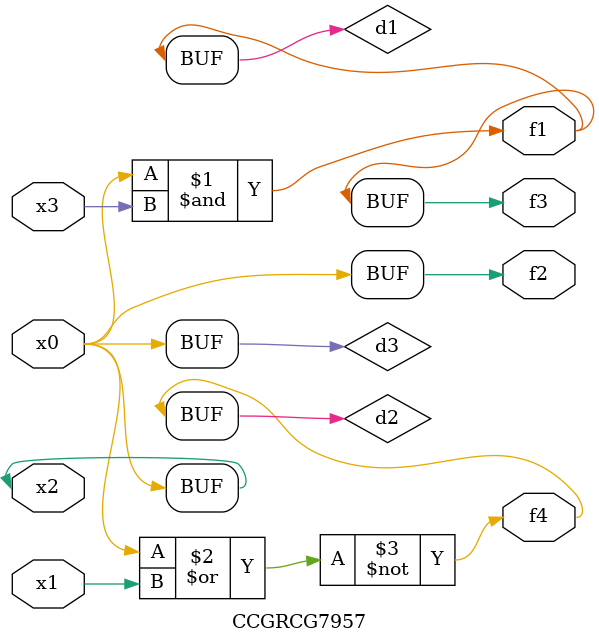
<source format=v>
module CCGRCG7957(
	input x0, x1, x2, x3,
	output f1, f2, f3, f4
);

	wire d1, d2, d3;

	and (d1, x2, x3);
	nor (d2, x0, x1);
	buf (d3, x0, x2);
	assign f1 = d1;
	assign f2 = d3;
	assign f3 = d1;
	assign f4 = d2;
endmodule

</source>
